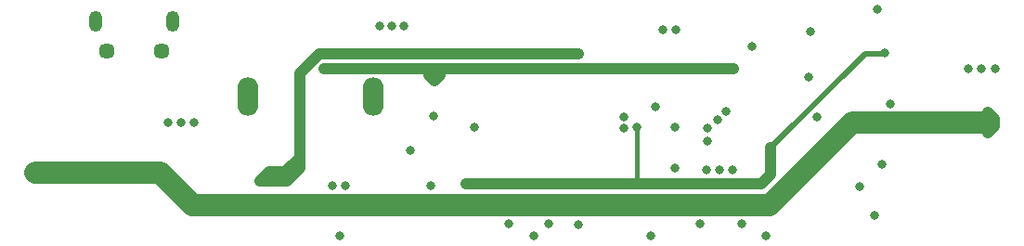
<source format=gbr>
G04 #@! TF.GenerationSoftware,KiCad,Pcbnew,(5.1.5)-3*
G04 #@! TF.CreationDate,2021-06-22T21:37:00+02:00*
G04 #@! TF.ProjectId,18650_UPS_PCB,31383635-305f-4555-9053-5f5043422e6b,rev?*
G04 #@! TF.SameCoordinates,Original*
G04 #@! TF.FileFunction,Copper,L3,Inr*
G04 #@! TF.FilePolarity,Positive*
%FSLAX46Y46*%
G04 Gerber Fmt 4.6, Leading zero omitted, Abs format (unit mm)*
G04 Created by KiCad (PCBNEW (5.1.5)-3) date 2021-06-22 21:37:00*
%MOMM*%
%LPD*%
G04 APERTURE LIST*
%ADD10O,1.900000X3.500000*%
%ADD11O,1.200000X1.900000*%
%ADD12C,1.450000*%
%ADD13C,0.800000*%
%ADD14C,1.000000*%
%ADD15C,2.000000*%
%ADD16C,0.400000*%
%ADD17C,0.500000*%
G04 APERTURE END LIST*
D10*
X153410000Y-82785000D03*
X142010000Y-82785000D03*
D11*
X128110000Y-75947500D03*
X135110000Y-75947500D03*
D12*
X129110000Y-78647500D03*
X134110000Y-78647500D03*
D13*
X210110000Y-85185000D03*
X209510000Y-86085000D03*
X209510000Y-84285000D03*
X122610000Y-89785000D03*
X123810000Y-89785000D03*
X125010000Y-89785000D03*
X172110000Y-78885000D03*
X170910000Y-78885000D03*
X144310000Y-90485000D03*
X145510000Y-90485000D03*
X143110000Y-90485000D03*
X155310000Y-78885000D03*
X150400000Y-95500000D03*
X168100000Y-95500000D03*
X178700000Y-95500000D03*
X189200000Y-95500000D03*
X200600000Y-83500000D03*
X208910000Y-80285000D03*
X207710000Y-80285000D03*
X210110000Y-80285000D03*
X156210000Y-76385000D03*
X155110000Y-76385000D03*
X154010000Y-76385000D03*
X162672500Y-85585000D03*
X181010000Y-76685000D03*
X179810000Y-76685000D03*
X176310000Y-85685000D03*
X176310000Y-84685000D03*
X199410000Y-74885000D03*
X169400000Y-94400000D03*
X183200000Y-94400000D03*
X199800000Y-89000000D03*
X193900000Y-84700000D03*
X183900000Y-85700000D03*
X185110000Y-80285000D03*
X186310000Y-80285000D03*
X148910000Y-80285000D03*
X150110000Y-80285000D03*
X159010000Y-80285000D03*
X159010000Y-81385000D03*
X197800000Y-91000000D03*
X186200000Y-89500000D03*
X185000000Y-89500000D03*
X199100000Y-93600000D03*
X193100000Y-81000000D03*
X183800000Y-89500000D03*
X180900000Y-89300000D03*
X193300000Y-76900000D03*
X150900000Y-90900000D03*
X158700000Y-90900000D03*
X184800000Y-84900000D03*
X149700000Y-90900000D03*
X156800000Y-87700000D03*
X185600000Y-84200000D03*
X137110000Y-85185000D03*
X134710000Y-85185000D03*
X135910000Y-85185000D03*
X161910000Y-90785000D03*
X163110000Y-90785000D03*
X177500000Y-85600000D03*
X189700000Y-87500000D03*
X200100000Y-78800000D03*
X188000000Y-78200000D03*
X183900000Y-86900000D03*
X179200000Y-83700000D03*
X187000000Y-94400000D03*
X165800000Y-94400000D03*
X158900000Y-84600000D03*
X180900000Y-85600000D03*
X172096076Y-94463399D03*
D14*
X210084990Y-85510010D02*
X210084990Y-85210010D01*
X209510000Y-86085000D02*
X210084990Y-85510010D01*
X210084990Y-84859990D02*
X210084990Y-85159990D01*
X209510000Y-84285000D02*
X210084990Y-84859990D01*
D15*
X209510000Y-85185000D02*
X199610000Y-85185000D01*
D14*
X209510000Y-86085000D02*
X209510000Y-85185000D01*
X209510000Y-85185000D02*
X209510000Y-84285000D01*
D15*
X197080998Y-85185000D02*
X189580998Y-92685000D01*
X189580998Y-92685000D02*
X150910000Y-92685000D01*
X136910000Y-92685000D02*
X134010000Y-89785000D01*
X134010000Y-89785000D02*
X129310000Y-89785000D01*
X124810000Y-89785000D02*
X123810000Y-89785000D01*
X123610000Y-89785000D02*
X122610000Y-89785000D01*
X125010000Y-89785000D02*
X124810000Y-89785000D01*
X129310000Y-89785000D02*
X125010000Y-89785000D01*
X150910000Y-92685000D02*
X136910000Y-92685000D01*
X123810000Y-89785000D02*
X123810000Y-89785000D01*
X199610000Y-85185000D02*
X197080998Y-85185000D01*
D14*
X143110000Y-90485000D02*
X144310000Y-90485000D01*
X145510000Y-90485000D02*
X144310000Y-90485000D01*
X146710000Y-89285000D02*
X145510000Y-90485000D01*
X143110000Y-90485000D02*
X143910000Y-89685000D01*
X145410000Y-89685000D02*
X146710000Y-88385000D01*
X143910000Y-89685000D02*
X145410000Y-89685000D01*
X146710000Y-88385000D02*
X146710000Y-89285000D01*
X146710000Y-80685000D02*
X148510000Y-78885000D01*
X146710000Y-80685000D02*
X146710000Y-88385000D01*
X172110000Y-78885000D02*
X155310000Y-78885000D01*
X155310000Y-78885000D02*
X148510000Y-78885000D01*
X186310000Y-80285000D02*
X161510000Y-80285000D01*
X155110000Y-80285000D02*
X148910000Y-80285000D01*
X159010000Y-81385000D02*
X159010000Y-80285000D01*
X159510000Y-80885000D02*
X159010000Y-81385000D01*
X159510000Y-80285000D02*
X159510000Y-80885000D01*
X159510000Y-80285000D02*
X159010000Y-80285000D01*
X158510000Y-80885000D02*
X159010000Y-81385000D01*
X159010000Y-80285000D02*
X158510000Y-80285000D01*
X158510000Y-80285000D02*
X158510000Y-80885000D01*
X158510000Y-80285000D02*
X155110000Y-80285000D01*
X161510000Y-80285000D02*
X159510000Y-80285000D01*
X183910000Y-90785000D02*
X188810000Y-90785000D01*
D16*
X177500000Y-90400000D02*
X177100000Y-90800000D01*
X177500000Y-85600000D02*
X177500000Y-90400000D01*
D14*
X161910000Y-90785000D02*
X177100000Y-90800000D01*
X177100000Y-90800000D02*
X183910000Y-90785000D01*
X189700000Y-89895000D02*
X188810000Y-90785000D01*
X189700000Y-87500000D02*
X189700000Y-89895000D01*
D17*
X189700000Y-87500000D02*
X198300000Y-78900000D01*
X198300000Y-78900000D02*
X200000000Y-78900000D01*
X200000000Y-78900000D02*
X200100000Y-78800000D01*
M02*

</source>
